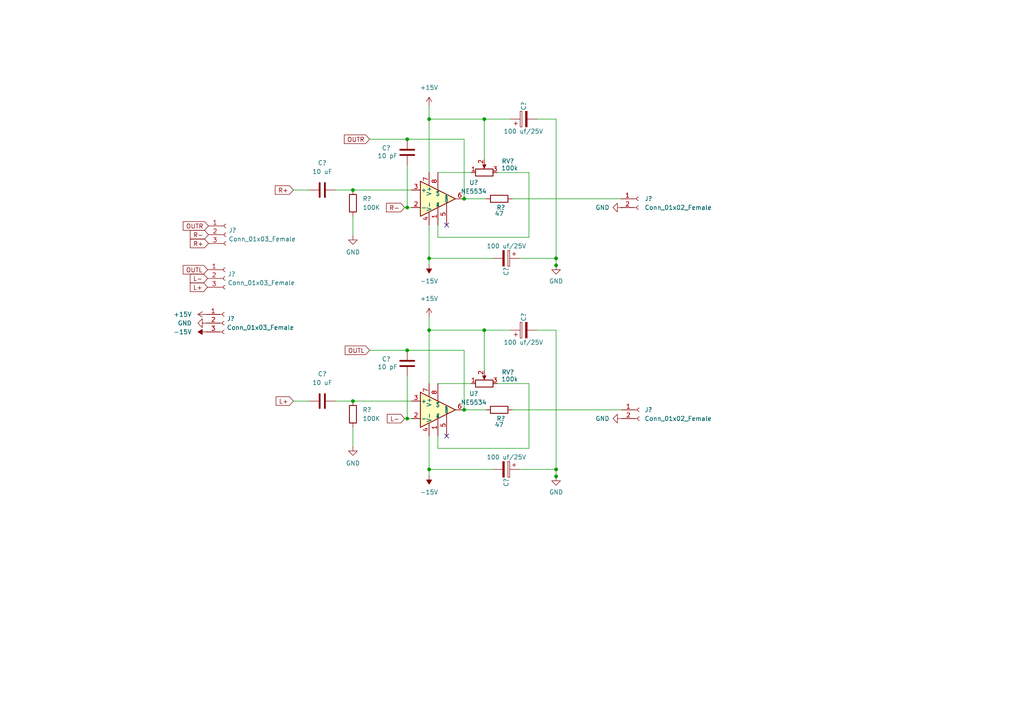
<source format=kicad_sch>
(kicad_sch (version 20211123) (generator eeschema)
  (paper "A4")
  (lib_symbols
    (symbol "Amplifier_Operational:NE5534" (pin_names (offset 0.127))
      (property "Reference" "U" (at 1.27 6.35 0))
      (property "Value" "NE5534" (at 1.27 3.81 0))
      (symbol "NE5534_0_1"
        (polyline (pts (xy -5.08 5.08) (xy 5.08 0) (xy -5.08 -5.08) (xy -5.08 5.08)) (stroke (width 0.254)) (fill (type background)))
      )
      (symbol "NE5534_1_1"
        (pin input line (at 0 -7.62 90) (length 5.08) (name "BAL") (number "1"))
        (pin input line (at -7.62 -2.54 0) (length 2.54) (name "-") (number "2"))
        (pin input line (at -7.62 2.54 0) (length 2.54) (name "+") (number "3"))
        (pin power_in line (at -2.54 -7.62 90) (length 3.81) (name "V-") (number "4"))
        (pin input line (at 2.54 -7.62 90) (length 6.35) (name "COMP") (number "5"))
        (pin output line (at 7.62 0 180) (length 2.54) (name "~") (number "6"))
        (pin power_in line (at -2.54 7.62 270) (length 3.81) (name "V+") (number "7"))
        (pin input line (at 0 7.62 270) (length 5.08) (name "C/B") (number "8"))
      )
    )
    (symbol "Connector:Conn_01x02_Female" (pin_names (offset 1.016) hide)
      (property "Reference" "J" (at 0 2.54 0))
      (property "Value" "Conn_01x02_Female" (at 0 -5.08 0))
      (symbol "Conn_01x02_Female_1_1"
        (arc (start 0 -2.032) (mid -0.508 -2.54) (end 0 -3.048) (stroke (width 0.1524)))
        (polyline (pts (xy -1.27 -2.54) (xy -0.508 -2.54)) (stroke (width 0.1524)))
        (polyline (pts (xy -1.27 0) (xy -0.508 0)) (stroke (width 0.1524)))
        (arc (start 0 0.508) (mid -0.508 0) (end 0 -0.508) (stroke (width 0.1524)))
        (pin passive line (at -5.08 0 0) (length 3.81) (name "Pin_1") (number "1"))
        (pin passive line (at -5.08 -2.54 0) (length 3.81) (name "Pin_2") (number "2"))
      )
    )
    (symbol "Connector:Conn_01x03_Female" (pin_names (offset 1.016) hide)
      (property "Reference" "J" (at 0 5.08 0))
      (property "Value" "Conn_01x03_Female" (at 0 -5.08 0))
      (symbol "Conn_01x03_Female_1_1"
        (arc (start 0 -2.032) (mid -0.508 -2.54) (end 0 -3.048) (stroke (width 0.1524)))
        (polyline (pts (xy -1.27 -2.54) (xy -0.508 -2.54)) (stroke (width 0.1524)))
        (polyline (pts (xy -1.27 0) (xy -0.508 0)) (stroke (width 0.1524)))
        (polyline (pts (xy -1.27 2.54) (xy -0.508 2.54)) (stroke (width 0.1524)))
        (arc (start 0 0.508) (mid -0.508 0) (end 0 -0.508) (stroke (width 0.1524)))
        (arc (start 0 3.048) (mid -0.508 2.54) (end 0 2.032) (stroke (width 0.1524)))
        (pin passive line (at -5.08 2.54 0) (length 3.81) (name "Pin_1") (number "1"))
        (pin passive line (at -5.08 0 0) (length 3.81) (name "Pin_2") (number "2"))
        (pin passive line (at -5.08 -2.54 0) (length 3.81) (name "Pin_3") (number "3"))
      )
    )
    (symbol "Device:C" (pin_numbers hide) (pin_names (offset 0.254))
      (property "Reference" "C" (at 0.635 2.54 0))
      (property "Value" "C" (at 0.635 -2.54 0))
      (symbol "C_0_1"
        (polyline (pts (xy -2.032 -0.762) (xy 2.032 -0.762)) (stroke (width 0.508)))
        (polyline (pts (xy -2.032 0.762) (xy 2.032 0.762)) (stroke (width 0.508)))
      )
      (symbol "C_1_1"
        (pin passive line (at 0 3.81 270) (length 2.794) (name "~") (number "1"))
        (pin passive line (at 0 -3.81 90) (length 2.794) (name "~") (number "2"))
      )
    )
    (symbol "Device:C_Polarized" (pin_numbers hide) (pin_names (offset 0.254))
      (property "Reference" "C" (at 0.635 2.54 0))
      (property "Value" "C_Polarized" (at 0.635 -2.54 0))
      (symbol "C_Polarized_0_1"
        (rectangle (start -2.286 0.508) (end 2.286 1.016))
        (polyline (pts (xy -1.778 2.286) (xy -0.762 2.286)))
        (polyline (pts (xy -1.27 2.794) (xy -1.27 1.778)))
        (rectangle (start 2.286 -0.508) (end -2.286 -1.016) (fill (type outline)))
      )
      (symbol "C_Polarized_1_1"
        (pin passive line (at 0 3.81 270) (length 2.794) (name "~") (number "1"))
        (pin passive line (at 0 -3.81 90) (length 2.794) (name "~") (number "2"))
      )
    )
    (symbol "Device:R" (pin_numbers hide) (pin_names (offset 0))
      (property "Reference" "R" (at 2.032 0 90))
      (property "Value" "R" (at 0 0 90))
      (symbol "R_0_1"
        (rectangle (start -1.016 -2.54) (end 1.016 2.54) (stroke (width 0.254)))
      )
      (symbol "R_1_1"
        (pin passive line (at 0 3.81 270) (length 1.27) (name "~") (number "1"))
        (pin passive line (at 0 -3.81 90) (length 1.27) (name "~") (number "2"))
      )
    )
    (symbol "Device:R_Potentiometer" (pin_names (offset 1.016) hide)
      (property "Reference" "RV" (at -4.445 0 90))
      (property "Value" "R_Potentiometer" (at -2.54 0 90))
      (symbol "R_Potentiometer_0_1"
        (polyline (pts (xy 2.54 0) (xy 1.524 0)))
        (polyline (pts (xy 1.143 0) (xy 2.286 0.508) (xy 2.286 -0.508) (xy 1.143 0)) (fill (type outline)))
        (rectangle (start 1.016 2.54) (end -1.016 -2.54) (stroke (width 0.254)))
      )
      (symbol "R_Potentiometer_1_1"
        (pin passive line (at 0 3.81 270) (length 1.27) (name "1") (number "1"))
        (pin passive line (at 3.81 0 180) (length 1.27) (name "2") (number "2"))
        (pin passive line (at 0 -3.81 90) (length 1.27) (name "3") (number "3"))
      )
    )
    (symbol "power:+15V" (power) (pin_names (offset 0))
      (property "Value" "+15V" (at 0 3.556 0))
      (symbol "+15V_0_1"
        (polyline (pts (xy -0.762 1.27) (xy 0 2.54)))
        (polyline (pts (xy 0 0) (xy 0 2.54)))
        (polyline (pts (xy 0 2.54) (xy 0.762 1.27)))
      )
      (symbol "+15V_1_1"
        (pin power_in line (at 0 0 90) (length 0) hide (name "+15V") (number "1"))
      )
    )
    (symbol "power:-15V" (power) (pin_names (offset 0))
      (property "Value" "-15V" (at 0 3.81 0))
      (symbol "-15V_0_0"
        (pin power_in line (at 0 0 90) (length 0) hide (name "-15V") (number "1"))
      )
      (symbol "-15V_0_1"
        (polyline (pts (xy 0 0) (xy 0 1.27) (xy 0.762 1.27) (xy 0 2.54) (xy -0.762 1.27) (xy 0 1.27)) (fill (type outline)))
      )
    )
    (symbol "power:GND" (power) (pin_names (offset 0))
      (property "Value" "GND" (at 0 -3.81 0))
      (symbol "GND_0_1"
        (polyline (pts (xy 0 0) (xy 0 -1.27) (xy 1.27 -1.27) (xy 0 -2.54) (xy -1.27 -1.27) (xy 0 -1.27)))
      )
      (symbol "GND_1_1"
        (pin power_in line (at 0 0 270) (length 0) hide (name "GND") (number "1"))
      )
    )
  )
  (junction (at 161.29 138.176))
  (junction (at 140.462 95.758))
  (junction (at 161.29 136.144))
  (junction (at 102.362 116.332))
  (junction (at 118.11 121.412))
  (junction (at 118.11 60.198))
  (junction (at 140.462 34.544))
  (junction (at 161.29 76.962))
  (junction (at 161.29 74.93))
  (junction (at 102.362 55.118))
  (junction (at 124.46 95.758))
  (junction (at 124.46 74.93))
  (junction (at 134.62 118.872))
  (junction (at 118.11 101.6))
  (junction (at 124.46 136.144))
  (junction (at 118.11 40.386))
  (junction (at 134.62 57.658))
  (junction (at 124.46 34.544))
  (no_connect (at 129.54 65.278))
  (no_connect (at 129.54 126.492))
  (wire (pts (xy 161.29 136.144) (xy 161.29 138.176)))
  (wire (pts (xy 118.11 109.22) (xy 118.11 121.412)))
  (wire (pts (xy 124.46 136.144) (xy 124.46 126.492)))
  (wire (pts (xy 124.46 91.948) (xy 124.46 95.758)))
  (wire (pts (xy 143.002 136.144) (xy 124.46 136.144)))
  (wire (pts (xy 161.29 95.758) (xy 161.29 136.144)))
  (wire (pts (xy 97.282 116.332) (xy 102.362 116.332)))
  (wire (pts (xy 102.362 116.332) (xy 119.38 116.332)))
  (wire (pts (xy 148.082 95.758) (xy 140.462 95.758)))
  (wire (pts (xy 85.09 116.332) (xy 89.662 116.332)))
  (wire (pts (xy 118.11 60.198) (xy 119.38 60.198)))
  (wire (pts (xy 148.082 34.544) (xy 140.462 34.544)))
  (wire (pts (xy 124.46 136.144) (xy 124.46 137.922)))
  (wire (pts (xy 161.29 138.176) (xy 161.29 138.43)))
  (wire (pts (xy 102.362 123.952) (xy 102.362 129.54)))
  (wire (pts (xy 155.702 95.758) (xy 161.29 95.758)))
  (wire (pts (xy 143.002 74.93) (xy 124.46 74.93)))
  (wire (pts (xy 134.62 40.386) (xy 134.62 57.658)))
  (wire (pts (xy 161.29 76.962) (xy 161.29 77.216)))
  (wire (pts (xy 140.462 34.544) (xy 124.46 34.544)))
  (wire (pts (xy 153.416 68.834) (xy 127 68.834)))
  (wire (pts (xy 140.97 57.658) (xy 134.62 57.658)))
  (wire (pts (xy 153.416 50.038) (xy 153.416 68.834)))
  (wire (pts (xy 134.62 101.6) (xy 134.62 118.872)))
  (wire (pts (xy 140.462 34.544) (xy 140.462 46.228)))
  (wire (pts (xy 153.416 130.048) (xy 127 130.048)))
  (wire (pts (xy 118.11 121.412) (xy 119.38 121.412)))
  (wire (pts (xy 107.188 40.386) (xy 118.11 40.386)))
  (wire (pts (xy 117.348 60.198) (xy 118.11 60.198)))
  (wire (pts (xy 161.29 34.544) (xy 161.29 74.93)))
  (wire (pts (xy 117.348 121.412) (xy 118.11 121.412)))
  (wire (pts (xy 148.59 118.872) (xy 180.34 118.872)))
  (wire (pts (xy 124.46 34.544) (xy 124.46 50.038)))
  (wire (pts (xy 124.46 74.93) (xy 124.46 65.278)))
  (wire (pts (xy 127 68.834) (xy 127 65.278)))
  (wire (pts (xy 134.62 101.6) (xy 118.11 101.6)))
  (wire (pts (xy 118.11 48.006) (xy 118.11 60.198)))
  (wire (pts (xy 153.416 111.252) (xy 153.416 130.048)))
  (wire (pts (xy 124.46 95.758) (xy 124.46 111.252)))
  (wire (pts (xy 140.97 118.872) (xy 134.62 118.872)))
  (wire (pts (xy 102.362 62.738) (xy 102.362 68.326)))
  (wire (pts (xy 127 130.048) (xy 127 126.492)))
  (wire (pts (xy 97.282 55.118) (xy 102.362 55.118)))
  (wire (pts (xy 85.09 55.118) (xy 89.662 55.118)))
  (wire (pts (xy 155.702 34.544) (xy 161.29 34.544)))
  (wire (pts (xy 148.59 57.658) (xy 180.086 57.658)))
  (wire (pts (xy 102.362 55.118) (xy 119.38 55.118)))
  (wire (pts (xy 161.29 74.93) (xy 161.29 76.962)))
  (wire (pts (xy 144.272 50.038) (xy 153.416 50.038)))
  (wire (pts (xy 144.272 111.252) (xy 153.416 111.252)))
  (wire (pts (xy 124.46 74.93) (xy 124.46 76.708)))
  (wire (pts (xy 107.188 101.6) (xy 118.11 101.6)))
  (wire (pts (xy 127 50.038) (xy 136.652 50.038)))
  (wire (pts (xy 127 111.252) (xy 136.652 111.252)))
  (wire (pts (xy 150.622 136.144) (xy 161.29 136.144)))
  (wire (pts (xy 140.462 95.758) (xy 140.462 107.442)))
  (wire (pts (xy 134.62 40.386) (xy 118.11 40.386)))
  (wire (pts (xy 140.462 95.758) (xy 124.46 95.758)))
  (wire (pts (xy 124.46 30.734) (xy 124.46 34.544)))
  (wire (pts (xy 150.622 74.93) (xy 161.29 74.93)))
  (global_label "L+" (shape input) (at 85.09 116.332 180) (property "Intersheet References" "${INTERSHEET_REFS}" (effects hide)))
  (global_label "L-" (shape input) (at 60.198 80.772 180) (property "Intersheet References" "${INTERSHEET_REFS}" (effects hide)))
  (global_label "OUTR" (shape input) (at 60.452 65.532 180) (property "Intersheet References" "${INTERSHEET_REFS}" (effects hide)))
  (global_label "R+" (shape input) (at 85.09 55.118 180) (property "Intersheet References" "${INTERSHEET_REFS}" (effects hide)))
  (global_label "OUTL" (shape input) (at 107.188 101.6 180) (property "Intersheet References" "${INTERSHEET_REFS}" (effects hide)))
  (global_label "L-" (shape input) (at 117.348 121.412 180) (property "Intersheet References" "${INTERSHEET_REFS}" (effects hide)))
  (global_label "R-" (shape input) (at 60.452 68.072 180) (property "Intersheet References" "${INTERSHEET_REFS}" (effects hide)))
  (global_label "R+" (shape input) (at 60.452 70.612 180) (property "Intersheet References" "${INTERSHEET_REFS}" (effects hide)))
  (global_label "L+" (shape input) (at 60.198 83.312 180) (property "Intersheet References" "${INTERSHEET_REFS}" (effects hide)))
  (global_label "R-" (shape input) (at 117.348 60.198 180) (property "Intersheet References" "${INTERSHEET_REFS}" (effects hide)))
  (global_label "OUTL" (shape input) (at 60.198 78.232 180) (property "Intersheet References" "${INTERSHEET_REFS}" (effects hide)))
  (global_label "OUTR" (shape input) (at 107.188 40.386 180) (property "Intersheet References" "${INTERSHEET_REFS}" (effects hide)))
  (symbol (lib_id "Connector:Conn_01x03_Female") (at 65.532 68.072 0) (unit 1)
    (property "Reference" "J?" (at 66.294 66.8019 0) (effects (justify left)))
    (property "Value" "Conn_01x03_Female" (at 66.294 69.3419 0) (effects (justify left)))
    (property "Footprint" "Connector_PinHeader_2.54mm:PinHeader_1x03_P2.54mm_Vertical" (effects hide))
  )
  (symbol (lib_id "power:+15V") (at 124.46 30.734 0) (unit 1)
    (property "Reference" "#PWR?" (effects hide))
    (property "Value" "+15V" (at 124.46 25.4 0))
  )
  (symbol (lib_id "power:-15V") (at 124.46 76.708 180) (unit 1)
    (property "Reference" "#PWR?" (effects hide))
    (property "Value" "-15V" (at 124.46 81.534 0))
  )
  (symbol (lib_id "Device:R") (at 102.362 120.142 180) (unit 1)
    (property "Reference" "R?" (at 105.156 118.8719 0) (effects (justify right)))
    (property "Value" "100K" (at 105.156 121.4119 0) (effects (justify right)))
  )
  (symbol (lib_id "Device:R") (at 144.78 118.872 90) (unit 1)
    (property "Reference" "R?" (at 145.288 121.412 90))
    (property "Value" "47" (at 144.78 123.19 90))
  )
  (symbol (lib_id "Device:R_Potentiometer") (at 140.462 50.038 90) (unit 1)
    (property "Reference" "RV?" (at 147.32 46.736 90))
    (property "Value" "100k" (at 147.828 48.768 90))
  )
  (symbol (lib_id "power:-15V") (at 59.944 96.266 90) (unit 1)
    (property "Reference" "#PWR?" (effects hide))
    (property "Value" "-15V" (at 55.626 96.2659 90) (effects (justify left)))
  )
  (symbol (lib_id "power:GND") (at 180.34 60.198 270) (unit 1)
    (property "Reference" "#PWR?" (effects hide))
    (property "Value" "GND" (at 176.784 60.1979 90) (effects (justify right)))
  )
  (symbol (lib_id "Connector:Conn_01x02_Female") (at 185.42 118.872 0) (unit 1)
    (property "Reference" "J?" (at 186.944 118.8719 0) (effects (justify left)))
    (property "Value" "Conn_01x02_Female" (at 186.944 121.4119 0) (effects (justify left)))
    (property "Footprint" "Connector_PinHeader_2.54mm:PinHeader_1x02_P2.54mm_Vertical" (effects hide))
  )
  (symbol (lib_id "Device:C_Polarized") (at 146.812 136.144 270) (unit 1)
    (property "Reference" "C?" (at 146.812 141.224 0) (effects (justify right)))
    (property "Value" "100 uf/25V" (at 152.654 132.588 90) (effects (justify right)))
    (property "Footprint" "Capacitor_THT:CP_Radial_D8.0mm_P3.50mm" (effects hide))
  )
  (symbol (lib_id "Device:C_Polarized") (at 151.892 95.758 90) (unit 1)
    (property "Reference" "C?" (at 151.892 90.678 0) (effects (justify right)))
    (property "Value" "100 uf/25V" (at 146.05 99.314 90) (effects (justify right)))
    (property "Footprint" "Capacitor_THT:CP_Radial_D8.0mm_P3.50mm" (effects hide))
  )
  (symbol (lib_id "Device:R") (at 144.78 57.658 90) (unit 1)
    (property "Reference" "R?" (at 145.288 60.198 90))
    (property "Value" "47" (at 144.78 61.976 90))
  )
  (symbol (lib_id "Connector:Conn_01x03_Female") (at 65.278 80.772 0) (unit 1)
    (property "Reference" "J?" (at 66.04 79.5019 0) (effects (justify left)))
    (property "Value" "Conn_01x03_Female" (at 66.04 82.0419 0) (effects (justify left)))
    (property "Footprint" "Connector_PinHeader_2.54mm:PinHeader_1x03_P2.54mm_Vertical" (effects hide))
  )
  (symbol (lib_id "Device:R_Potentiometer") (at 140.462 111.252 90) (unit 1)
    (property "Reference" "RV?" (at 147.32 107.95 90))
    (property "Value" "100k" (at 147.828 109.982 90))
  )
  (symbol (lib_id "power:GND") (at 180.34 121.412 270) (unit 1)
    (property "Reference" "#PWR?" (effects hide))
    (property "Value" "GND" (at 176.784 121.4119 90) (effects (justify right)))
  )
  (symbol (lib_id "Device:C") (at 93.472 116.332 90) (unit 1)
    (property "Reference" "C?" (at 93.472 108.458 90))
    (property "Value" "10 uF" (at 93.472 110.998 90))
  )
  (symbol (lib_id "power:-15V") (at 124.46 137.922 180) (unit 1)
    (property "Reference" "#PWR?" (effects hide))
    (property "Value" "-15V" (at 124.46 142.748 0))
  )
  (symbol (lib_id "Connector:Conn_01x02_Female") (at 185.166 57.658 0) (unit 1)
    (property "Reference" "J?" (at 186.944 57.6579 0) (effects (justify left)))
    (property "Value" "Conn_01x02_Female" (at 186.944 60.1979 0) (effects (justify left)))
    (property "Footprint" "Connector_PinHeader_2.54mm:PinHeader_1x02_P2.54mm_Vertical" (effects hide))
  )
  (symbol (lib_id "Amplifier_Operational:NE5534") (at 127 57.658 0) (unit 1)
    (property "Reference" "U?" (at 137.414 52.959 0))
    (property "Value" "NE5534" (at 137.414 55.499 0))
    (property "Datasheet" "http://www.ti.com/lit/ds/symlink/ne5534.pdf" (effects hide))
  )
  (symbol (lib_id "power:GND") (at 102.362 129.54 0) (unit 1)
    (property "Reference" "#PWR?" (effects hide))
    (property "Value" "GND" (at 102.362 134.366 0))
  )
  (symbol (lib_id "power:GND") (at 161.29 76.962 0) (unit 1)
    (property "Reference" "#PWR?" (effects hide))
    (property "Value" "GND" (at 161.29 81.534 0))
  )
  (symbol (lib_id "Device:C") (at 93.472 55.118 90) (unit 1)
    (property "Reference" "C?" (at 93.472 47.244 90))
    (property "Value" "10 uF" (at 93.472 49.784 90))
  )
  (symbol (lib_id "power:GND") (at 102.362 68.326 0) (unit 1)
    (property "Reference" "#PWR?" (effects hide))
    (property "Value" "GND" (at 102.362 73.152 0))
  )
  (symbol (lib_id "power:+15V") (at 124.46 91.948 0) (unit 1)
    (property "Reference" "#PWR?" (effects hide))
    (property "Value" "+15V" (at 124.46 86.614 0))
  )
  (symbol (lib_id "power:+15V") (at 59.944 91.186 90) (unit 1)
    (property "Reference" "#PWR?" (effects hide))
    (property "Value" "+15V" (at 55.626 91.1859 90) (effects (justify left)))
  )
  (symbol (lib_id "Device:R") (at 102.362 58.928 180) (unit 1)
    (property "Reference" "R?" (at 105.156 57.6579 0) (effects (justify right)))
    (property "Value" "100K" (at 105.156 60.1979 0) (effects (justify right)))
  )
  (symbol (lib_id "Device:C_Polarized") (at 146.812 74.93 270) (unit 1)
    (property "Reference" "C?" (at 146.812 80.01 0) (effects (justify right)))
    (property "Value" "100 uf/25V" (at 152.654 71.374 90) (effects (justify right)))
    (property "Footprint" "Capacitor_THT:CP_Radial_D8.0mm_P3.50mm" (effects hide))
  )
  (symbol (lib_id "power:GND") (at 161.29 138.176 0) (unit 1)
    (property "Reference" "#PWR?" (effects hide))
    (property "Value" "GND" (at 161.29 142.748 0))
  )
  (symbol (lib_id "Connector:Conn_01x03_Female") (at 65.024 93.726 0) (unit 1)
    (property "Reference" "J?" (at 65.786 92.4559 0) (effects (justify left)))
    (property "Value" "Conn_01x03_Female" (at 65.786 94.9959 0) (effects (justify left)))
    (property "Footprint" "Connector_PinHeader_2.54mm:PinHeader_1x03_P2.54mm_Vertical" (effects hide))
  )
  (symbol (lib_id "Device:C_Polarized") (at 151.892 34.544 90) (unit 1)
    (property "Reference" "C?" (at 151.892 29.464 0) (effects (justify right)))
    (property "Value" "100 uf/25V" (at 146.05 38.1 90) (effects (justify right)))
    (property "Footprint" "Capacitor_THT:CP_Radial_D8.0mm_P3.50mm" (effects hide))
  )
  (symbol (lib_id "power:GND") (at 59.944 93.726 270) (unit 1)
    (property "Reference" "#PWR?" (effects hide))
    (property "Value" "GND" (at 55.626 93.7259 90) (effects (justify right)))
  )
  (symbol (lib_id "Amplifier_Operational:NE5534") (at 127 118.872 0) (unit 1)
    (property "Reference" "U?" (at 137.414 114.173 0))
    (property "Value" "NE5534" (at 137.414 116.713 0))
    (property "Datasheet" "http://www.ti.com/lit/ds/symlink/ne5534.pdf" (effects hide))
  )
  (symbol (lib_id "Device:C") (at 118.11 105.41 0) (unit 1)
    (property "Reference" "C?" (at 110.744 104.14 0) (effects (justify left)))
    (property "Value" "10 pF" (at 109.474 106.426 0) (effects (justify left)))
  )
  (symbol (lib_id "Device:C") (at 118.11 44.196 0) (unit 1)
    (property "Reference" "C?" (at 110.744 42.926 0) (effects (justify left)))
    (property "Value" "10 pF" (at 109.474 45.212 0) (effects (justify left)))
  )
)
</source>
